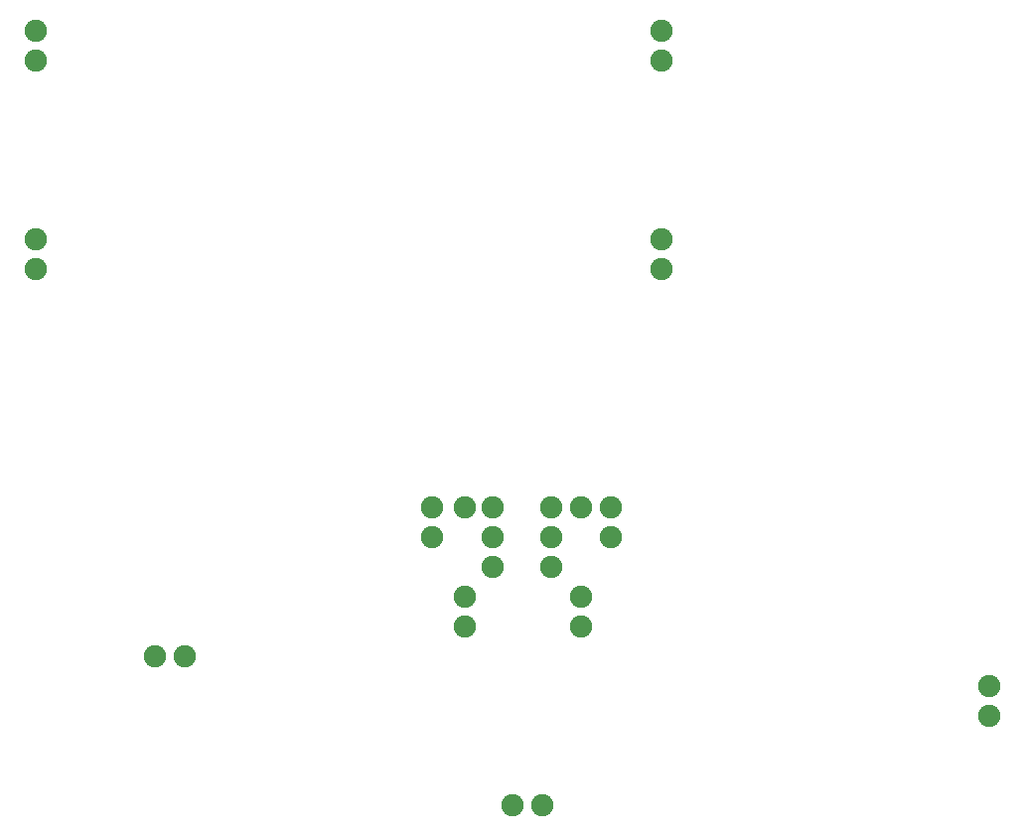
<source format=gbp>
G04 #@! TF.GenerationSoftware,KiCad,Pcbnew,5.1.7-a382d34a8~88~ubuntu20.04.1*
G04 #@! TF.CreationDate,2021-05-21T20:55:17+02:00*
G04 #@! TF.ProjectId,Power,506f7765-722e-46b6-9963-61645f706362,rev?*
G04 #@! TF.SameCoordinates,Original*
G04 #@! TF.FileFunction,Paste,Bot*
G04 #@! TF.FilePolarity,Positive*
%FSLAX46Y46*%
G04 Gerber Fmt 4.6, Leading zero omitted, Abs format (unit mm)*
G04 Created by KiCad (PCBNEW 5.1.7-a382d34a8~88~ubuntu20.04.1) date 2021-05-21 20:55:17*
%MOMM*%
%LPD*%
G01*
G04 APERTURE LIST*
%ADD10C,1.900000*%
G04 APERTURE END LIST*
D10*
G04 #@! TO.C,J34*
X63500000Y-119380000D03*
G04 #@! TD*
G04 #@! TO.C,J3*
X60960000Y-119380000D03*
G04 #@! TD*
G04 #@! TO.C,J33*
X132080000Y-121920000D03*
G04 #@! TD*
G04 #@! TO.C,J30*
X132080000Y-124460000D03*
G04 #@! TD*
G04 #@! TO.C,J27*
X89800000Y-109220000D03*
G04 #@! TD*
G04 #@! TO.C,J15*
X89800000Y-106680000D03*
G04 #@! TD*
G04 #@! TO.C,J32*
X89800000Y-111760000D03*
G04 #@! TD*
G04 #@! TO.C,J31*
X104140000Y-86360000D03*
G04 #@! TD*
G04 #@! TO.C,J29*
X94780000Y-109220000D03*
G04 #@! TD*
G04 #@! TO.C,J28*
X94780000Y-111760000D03*
G04 #@! TD*
G04 #@! TO.C,J26*
X91440000Y-132080000D03*
G04 #@! TD*
G04 #@! TO.C,J25*
X93980000Y-132080000D03*
G04 #@! TD*
G04 #@! TO.C,J24*
X50800000Y-86360000D03*
G04 #@! TD*
G04 #@! TO.C,J23*
X50800000Y-83820000D03*
G04 #@! TD*
G04 #@! TO.C,J22*
X50800000Y-68580000D03*
G04 #@! TD*
G04 #@! TO.C,J21*
X50800000Y-66040000D03*
G04 #@! TD*
G04 #@! TO.C,J20*
X99860000Y-109220000D03*
G04 #@! TD*
G04 #@! TO.C,J19*
X97320000Y-106680000D03*
G04 #@! TD*
G04 #@! TO.C,J18*
X87400000Y-106680000D03*
G04 #@! TD*
G04 #@! TO.C,J17*
X99860000Y-106680000D03*
G04 #@! TD*
G04 #@! TO.C,J16*
X94780000Y-106680000D03*
G04 #@! TD*
G04 #@! TO.C,J14*
X97320000Y-116840000D03*
G04 #@! TD*
G04 #@! TO.C,J13*
X84620000Y-109220000D03*
G04 #@! TD*
G04 #@! TO.C,J12*
X87400000Y-116840000D03*
G04 #@! TD*
G04 #@! TO.C,J11*
X97320000Y-114300000D03*
G04 #@! TD*
G04 #@! TO.C,J10*
X84620000Y-106680000D03*
G04 #@! TD*
G04 #@! TO.C,J9*
X87400000Y-114300000D03*
G04 #@! TD*
G04 #@! TO.C,J8*
X104140000Y-68580000D03*
G04 #@! TD*
G04 #@! TO.C,J7*
X104140000Y-83820000D03*
G04 #@! TD*
G04 #@! TO.C,J6*
X104140000Y-66040000D03*
G04 #@! TD*
M02*

</source>
